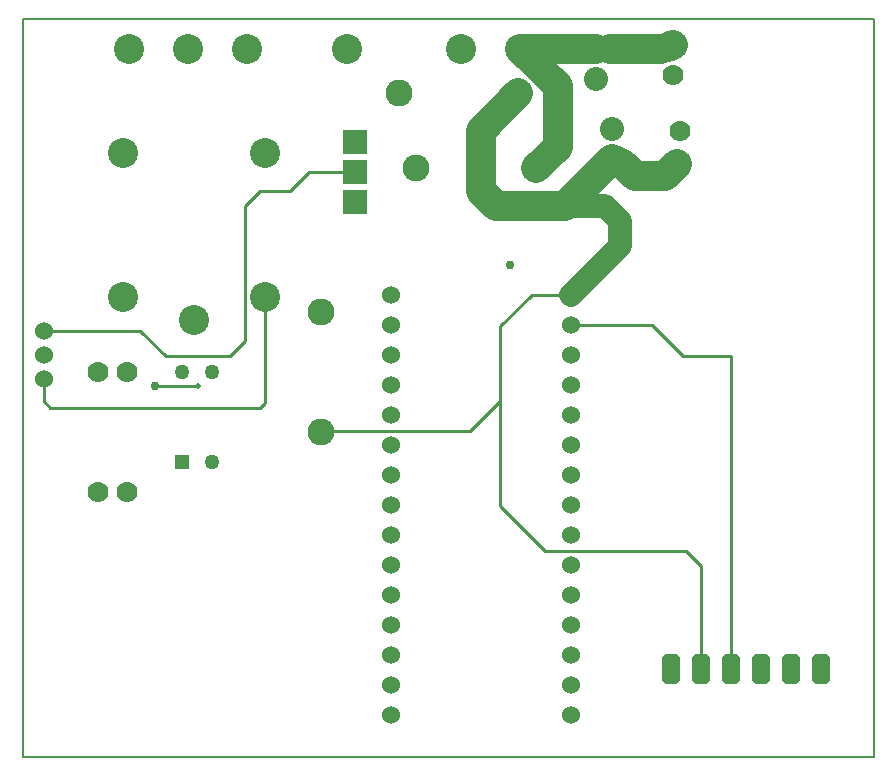
<source format=gbr>
G04 PROTEUS GERBER X2 FILE*
%TF.GenerationSoftware,Labcenter,Proteus,8.6-SP2-Build23525*%
%TF.CreationDate,2020-11-09T16:46:44+00:00*%
%TF.FileFunction,Copper,L1,Top*%
%TF.FilePolarity,Positive*%
%TF.Part,Single*%
%FSLAX45Y45*%
%MOMM*%
G01*
%TA.AperFunction,Conductor*%
%ADD10C,2.540000*%
%ADD11C,0.254000*%
%ADD12C,2.032000*%
%TA.AperFunction,ViaPad*%
%ADD13C,0.762000*%
%ADD14C,0.508000*%
%TA.AperFunction,WasherPad*%
%ADD15C,1.524000*%
%AMDIL006*
4,1,8,
-0.762000,0.965200,-0.457200,1.270000,0.457200,1.270000,0.762000,0.965200,0.762000,-0.965200,
0.457200,-1.270000,-0.457200,-1.270000,-0.762000,-0.965200,-0.762000,0.965200,
0*%
%TA.AperFunction,ComponentPad*%
%ADD16DIL006*%
%TA.AperFunction,OtherPad,Unknown*%
%ADD17C,2.540000*%
%TA.AperFunction,ComponentPad*%
%ADD18C,2.540000*%
%TA.AperFunction,ComponentPad*%
%ADD19R,1.270000X1.270000*%
%ADD70C,1.270000*%
%TA.AperFunction,ComponentPad*%
%ADD71R,2.032000X2.032000*%
%ADD20C,1.524000*%
%TA.AperFunction,ComponentPad*%
%ADD21C,2.286000*%
%ADD22C,1.778000*%
%ADD23C,2.032000*%
%TA.AperFunction,Profile*%
%ADD24C,0.203200*%
%TD.AperFunction*%
D10*
X+2965000Y+4000000D02*
X+3282000Y+3683000D01*
X+3282000Y+3167000D01*
X+3100000Y+2985000D01*
D11*
X+2949000Y+3623000D02*
X+2948005Y+3622005D01*
D10*
X+2628000Y+3302000D01*
D11*
X+3608000Y+3999000D02*
X+3724158Y+3999000D01*
D10*
X+3937000Y+3999000D01*
X+4159119Y+3999000D01*
D11*
X+4169100Y+3999000D01*
X+4213904Y+4016135D01*
D10*
X+4258000Y+4033000D01*
X+3743000Y+3067000D02*
X+3844600Y+3013400D01*
X+3937000Y+2921000D01*
X+4191000Y+2921000D01*
X+4293754Y+3023754D01*
D11*
X+4318000Y+3048000D01*
D10*
X+2965000Y+4000000D02*
X+3506400Y+4000000D01*
X+3608000Y+3999000D01*
D12*
X+3343000Y+2667000D02*
X+3683000Y+2667000D01*
X+3810000Y+2540000D01*
X+3810000Y+2330000D01*
X+3397000Y+1917000D01*
D10*
X+2628000Y+3302000D02*
X+2628000Y+2794000D01*
X+2755000Y+2667000D01*
X+3343000Y+2667000D01*
X+3743000Y+3067000D01*
D11*
X-1072000Y+1612200D02*
X-254000Y+1612200D01*
X-38800Y+1397000D01*
X+508000Y+1397000D01*
X+635000Y+1524000D01*
X+635000Y+2667000D01*
X+762000Y+2794000D01*
X+1016001Y+2794000D01*
X+1178001Y+2956000D01*
X+1568000Y+2956000D01*
X-1072000Y+1205800D02*
X-1072000Y+1016000D01*
X-1016000Y+960000D01*
X+762000Y+960000D01*
X+800000Y+998000D01*
X+800000Y+1900000D01*
X+234000Y+1143000D02*
X-127000Y+1143000D01*
X+4750000Y-1250000D02*
X+4750000Y+1397000D01*
X+4342000Y+1397000D01*
X+4076000Y+1663000D01*
X+3397000Y+1663000D01*
X+2794000Y+1016000D02*
X+2540000Y+762000D01*
X+1388300Y+762000D01*
X+1274000Y+758000D01*
X+4496000Y-1250000D02*
X+4496000Y-381000D01*
X+4369000Y-254000D01*
X+3175000Y-254000D01*
X+2794000Y+127000D01*
X+2794000Y+1016000D01*
X+2794000Y+1270000D01*
X+2794000Y+1651000D01*
X+3060000Y+1917000D01*
X+3397000Y+1917000D01*
D13*
X+2873000Y+2167000D03*
D14*
X+234000Y+1143000D03*
D13*
X-127000Y+1143000D03*
D15*
X+1873000Y+1917000D03*
X+1873000Y+1663000D03*
X+1873000Y+1409000D03*
X+1873000Y+1155000D03*
X+1873000Y+901000D03*
X+1873000Y+647000D03*
X+1873000Y+393000D03*
X+1873000Y+139000D03*
X+1873000Y-115000D03*
X+1873000Y-369000D03*
X+1873000Y-623000D03*
X+1873000Y-877000D03*
X+1873000Y-1131000D03*
X+1873000Y-1385000D03*
X+1873000Y-1639000D03*
X+3397000Y-1639000D03*
X+3397000Y-1385000D03*
X+3397000Y-1131000D03*
X+3397000Y-877000D03*
X+3397000Y-623000D03*
X+3397000Y-369000D03*
X+3397000Y-115000D03*
X+3397000Y+139000D03*
X+3397000Y+393000D03*
X+3397000Y+647000D03*
X+3397000Y+901000D03*
X+3397000Y+1155000D03*
X+3397000Y+1409000D03*
X+3397000Y+1663000D03*
X+3397000Y+1917000D03*
D16*
X+5512000Y-1250000D03*
X+5258000Y-1250000D03*
X+5004000Y-1250000D03*
X+4750000Y-1250000D03*
X+4496000Y-1250000D03*
X+4242000Y-1250000D03*
D17*
X+2965000Y+4000000D03*
D18*
X-400000Y+1900000D03*
X+800000Y+1900000D03*
X+200000Y+1700000D03*
X-400000Y+3120000D03*
X+800000Y+3120000D03*
D19*
X+103000Y+504000D03*
D70*
X+357000Y+504000D03*
X+357000Y+1266000D03*
X+103000Y+1266000D03*
D17*
X+2465000Y+4000000D03*
X-350000Y+4000000D03*
X+150000Y+4000000D03*
X+650000Y+4000000D03*
D71*
X+1568000Y+2702000D03*
X+1568000Y+2956000D03*
X+1568000Y+3210000D03*
D20*
X-1072000Y+1612200D03*
X-1072000Y+1409000D03*
X-1072000Y+1205800D03*
D21*
X+1274000Y+1774000D03*
X+1274000Y+758000D03*
X+3100000Y+2985000D03*
X+2084000Y+2985000D03*
X+1933000Y+3623000D03*
X+2949000Y+3623000D03*
D17*
X+1500000Y+4000000D03*
D22*
X+4258000Y+4033000D03*
X+4258000Y+3779000D03*
D23*
X+3608000Y+3999000D03*
X+3608000Y+3745000D03*
X+3743000Y+3067000D03*
X+3743000Y+3321000D03*
D22*
X+4318000Y+3048000D03*
X+4318000Y+3302000D03*
X-369000Y+1262000D03*
X-369000Y+246000D03*
X-615000Y+1262000D03*
X-615000Y+246000D03*
D24*
X-1250000Y-2000000D02*
X+5960000Y-2000000D01*
X+5960000Y+4250000D01*
X-1250000Y+4250000D01*
X-1250000Y-2000000D01*
M02*

</source>
